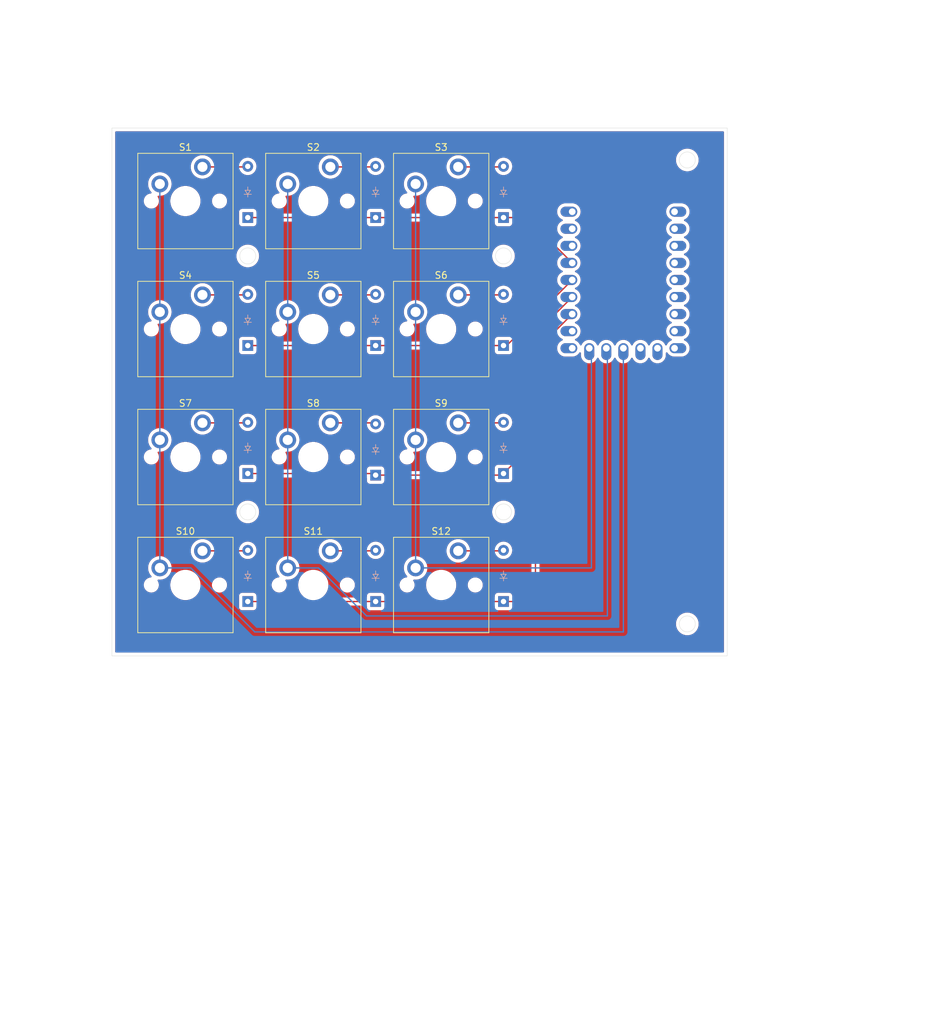
<source format=kicad_pcb>
(kicad_pcb (version 20241229) (generator "pcbnew") (generator_version "9.0")
  (layers (0 "F.Cu" signal) (2 "B.Cu" signal) (13 "F.Paste" user) (15 "B.Paste" user) (5 "F.SilkS" user "F.Silkscreen") (7 "B.SilkS" user "B.Silkscreen") (1 "F.Mask" user) (3 "B.Mask" user) (25 "Edge.Cuts" user))
  (net 0 "")
  (net 1 "Net-(D1-A)")
  (net 2 "R0")
  (net 3 "Net-(D2-A)")
  (net 4 "Net-(D3-A)")
  (net 5 "R1")
  (net 6 "Net-(D4-A)")
  (net 7 "Net-(D5-A)")
  (net 8 "Net-(D6-A)")
  (net 9 "Net-(D7-A)")
  (net 10 "R2")
  (net 11 "Net-(D8-A)")
  (net 12 "Net-(D9-A)")
  (net 13 "C0")
  (net 14 "C1")
  (net 15 "C2")
  (net 18 "Net-(D10-A)")
  (net 19 "R3")
  (net 20 "Net-(D11-A)")
  (net 21 "Net-(D12-A)")
  (footprint "ScottoKeebs_MX:MX_PCB_1.00u" (layer "F.Cu") (at 94.2975 112.0775)
    (property "Reference" "S12" (at 0 -8 0) (layer "F.SilkS"))
    (property "Value" "Keyswitch")
    (fp_line (start -7.1 -7.1) (end -7.1 7.1) (stroke (width 0.12)) (layer "F.SilkS"))
    (fp_line (start -7.1 7.1) (end 7.1 7.1) (stroke (width 0.12)) (layer "F.SilkS"))
    (fp_line (start 7.1 -7.1) (end -7.1 -7.1) (stroke (width 0.12)) (layer "F.SilkS"))
    (fp_line (start 7.1 7.1) (end 7.1 -7.1) (stroke (width 0.12)) (layer "F.SilkS"))
    (pad "" np_thru_hole circle (at -5.08 0) (size 1.75 1.75) (drill 1.75) (layers "*.Cu" "*.Mask"))
    (pad "" np_thru_hole circle (at 0 0) (size 4 4) (drill 4) (layers "*.Cu" "*.Mask"))
    (pad "" np_thru_hole circle (at 5.08 0) (size 1.75 1.75) (drill 1.75) (layers "*.Cu" "*.Mask"))
    (pad "1" thru_hole circle (at -3.81 -2.54) (size 2.5 2.5) (drill 1.5) (layers "*.Cu" "*.Mask") (net 15 "C2"))
    (pad "2" thru_hole circle (at 2.54 -5.08) (size 2.5 2.5) (drill 1.5) (layers "*.Cu" "*.Mask") (net 21 "Net-(D12-A)"))
  )
  (footprint "ScottoKeebs_MX:MX_PCB_1.00u" (layer "F.Cu") (at 94.2975 93.0275)
    (property "Reference" "S9" (at 0 -8 0) (layer "F.SilkS"))
    (property "Value" "Keyswitch")
    (fp_line (start -7.1 -7.1) (end -7.1 7.1) (stroke (width 0.12)) (layer "F.SilkS"))
    (fp_line (start -7.1 7.1) (end 7.1 7.1) (stroke (width 0.12)) (layer "F.SilkS"))
    (fp_line (start 7.1 -7.1) (end -7.1 -7.1) (stroke (width 0.12)) (layer "F.SilkS"))
    (fp_line (start 7.1 7.1) (end 7.1 -7.1) (stroke (width 0.12)) (layer "F.SilkS"))
    (pad "" np_thru_hole circle (at -5.08 0) (size 1.75 1.75) (drill 1.75) (layers "*.Cu" "*.Mask"))
    (pad "" np_thru_hole circle (at 0 0) (size 4 4) (drill 4) (layers "*.Cu" "*.Mask"))
    (pad "" np_thru_hole circle (at 5.08 0) (size 1.75 1.75) (drill 1.75) (layers "*.Cu" "*.Mask"))
    (pad "1" thru_hole circle (at -3.81 -2.54) (size 2.5 2.5) (drill 1.5) (layers "*.Cu" "*.Mask") (net 15 "C2"))
    (pad "2" thru_hole circle (at 2.54 -5.08) (size 2.5 2.5) (drill 1.5) (layers "*.Cu" "*.Mask") (net 12 "Net-(D9-A)"))
  )
  (footprint "ScottoKeebs_MX:MX_PCB_1.00u" (layer "F.Cu") (at 75.2475 73.9775)
    (property "Reference" "S5" (at 0 -8 0) (layer "F.SilkS"))
    (property "Value" "Keyswitch")
    (fp_line (start -7.1 -7.1) (end -7.1 7.1) (stroke (width 0.12)) (layer "F.SilkS"))
    (fp_line (start -7.1 7.1) (end 7.1 7.1) (stroke (width 0.12)) (layer "F.SilkS"))
    (fp_line (start 7.1 -7.1) (end -7.1 -7.1) (stroke (width 0.12)) (layer "F.SilkS"))
    (fp_line (start 7.1 7.1) (end 7.1 -7.1) (stroke (width 0.12)) (layer "F.SilkS"))
    (pad "" np_thru_hole circle (at -5.08 0) (size 1.75 1.75) (drill 1.75) (layers "*.Cu" "*.Mask"))
    (pad "" np_thru_hole circle (at 0 0) (size 4 4) (drill 4) (layers "*.Cu" "*.Mask"))
    (pad "" np_thru_hole circle (at 5.08 0) (size 1.75 1.75) (drill 1.75) (layers "*.Cu" "*.Mask"))
    (pad "1" thru_hole circle (at -3.81 -2.54) (size 2.5 2.5) (drill 1.5) (layers "*.Cu" "*.Mask") (net 14 "C1"))
    (pad "2" thru_hole circle (at 2.54 -5.08) (size 2.5 2.5) (drill 1.5) (layers "*.Cu" "*.Mask") (net 7 "Net-(D5-A)"))
  )
  (footprint "ScottoKeebs_MX:MX_PCB_1.00u" (layer "F.Cu") (at 75.2475 54.9275)
    (property "Reference" "S2" (at 0 -8 0) (layer "F.SilkS"))
    (property "Value" "Keyswitch")
    (fp_line (start -7.1 -7.1) (end -7.1 7.1) (stroke (width 0.12)) (layer "F.SilkS"))
    (fp_line (start -7.1 7.1) (end 7.1 7.1) (stroke (width 0.12)) (layer "F.SilkS"))
    (fp_line (start 7.1 -7.1) (end -7.1 -7.1) (stroke (width 0.12)) (layer "F.SilkS"))
    (fp_line (start 7.1 7.1) (end 7.1 -7.1) (stroke (width 0.12)) (layer "F.SilkS"))
    (pad "" np_thru_hole circle (at -5.08 0) (size 1.75 1.75) (drill 1.75) (layers "*.Cu" "*.Mask"))
    (pad "" np_thru_hole circle (at 0 0) (size 4 4) (drill 4) (layers "*.Cu" "*.Mask"))
    (pad "" np_thru_hole circle (at 5.08 0) (size 1.75 1.75) (drill 1.75) (layers "*.Cu" "*.Mask"))
    (pad "1" thru_hole circle (at -3.81 -2.54) (size 2.5 2.5) (drill 1.5) (layers "*.Cu" "*.Mask") (net 14 "C1"))
    (pad "2" thru_hole circle (at 2.54 -5.08) (size 2.5 2.5) (drill 1.5) (layers "*.Cu" "*.Mask") (net 3 "Net-(D2-A)"))
  )
  (footprint "ScottoKeebs_MX:MX_PCB_1.00u" (layer "F.Cu") (at 94.2975 54.9275)
    (property "Reference" "S3" (at 0 -8 0) (layer "F.SilkS"))
    (property "Value" "Keyswitch")
    (fp_line (start -7.1 -7.1) (end -7.1 7.1) (stroke (width 0.12)) (layer "F.SilkS"))
    (fp_line (start -7.1 7.1) (end 7.1 7.1) (stroke (width 0.12)) (layer "F.SilkS"))
    (fp_line (start 7.1 -7.1) (end -7.1 -7.1) (stroke (width 0.12)) (layer "F.SilkS"))
    (fp_line (start 7.1 7.1) (end 7.1 -7.1) (stroke (width 0.12)) (layer "F.SilkS"))
    (pad "" np_thru_hole circle (at -5.08 0) (size 1.75 1.75) (drill 1.75) (layers "*.Cu" "*.Mask"))
    (pad "" np_thru_hole circle (at 0 0) (size 4 4) (drill 4) (layers "*.Cu" "*.Mask"))
    (pad "" np_thru_hole circle (at 5.08 0) (size 1.75 1.75) (drill 1.75) (layers "*.Cu" "*.Mask"))
    (pad "1" thru_hole circle (at -3.81 -2.54) (size 2.5 2.5) (drill 1.5) (layers "*.Cu" "*.Mask") (net 15 "C2"))
    (pad "2" thru_hole circle (at 2.54 -5.08) (size 2.5 2.5) (drill 1.5) (layers "*.Cu" "*.Mask") (net 4 "Net-(D3-A)"))
  )
  (footprint "ScottoKeebs_MX:MX_PCB_1.00u" (layer "F.Cu") (at 56.1975 93.0275)
    (property "Reference" "S7" (at 0 -8 0) (layer "F.SilkS"))
    (property "Value" "Keyswitch")
    (fp_line (start -7.1 -7.1) (end -7.1 7.1) (stroke (width 0.12)) (layer "F.SilkS"))
    (fp_line (start -7.1 7.1) (end 7.1 7.1) (stroke (width 0.12)) (layer "F.SilkS"))
    (fp_line (start 7.1 -7.1) (end -7.1 -7.1) (stroke (width 0.12)) (layer "F.SilkS"))
    (fp_line (start 7.1 7.1) (end 7.1 -7.1) (stroke (width 0.12)) (layer "F.SilkS"))
    (pad "" np_thru_hole circle (at -5.08 0) (size 1.75 1.75) (drill 1.75) (layers "*.Cu" "*.Mask"))
    (pad "" np_thru_hole circle (at 0 0) (size 4 4) (drill 4) (layers "*.Cu" "*.Mask"))
    (pad "" np_thru_hole circle (at 5.08 0) (size 1.75 1.75) (drill 1.75) (layers "*.Cu" "*.Mask"))
    (pad "1" thru_hole circle (at -3.81 -2.54) (size 2.5 2.5) (drill 1.5) (layers "*.Cu" "*.Mask") (net 13 "C0"))
    (pad "2" thru_hole circle (at 2.54 -5.08) (size 2.5 2.5) (drill 1.5) (layers "*.Cu" "*.Mask") (net 9 "Net-(D7-A)"))
  )
  (footprint "ScottoKeebs_MX:MX_PCB_1.00u" (layer "F.Cu") (at 75.2475 112.0775)
    (property "Reference" "S11" (at 0 -8 0) (layer "F.SilkS"))
    (property "Value" "Keyswitch")
    (fp_line (start -7.1 -7.1) (end -7.1 7.1) (stroke (width 0.12)) (layer "F.SilkS"))
    (fp_line (start -7.1 7.1) (end 7.1 7.1) (stroke (width 0.12)) (layer "F.SilkS"))
    (fp_line (start 7.1 -7.1) (end -7.1 -7.1) (stroke (width 0.12)) (layer "F.SilkS"))
    (fp_line (start 7.1 7.1) (end 7.1 -7.1) (stroke (width 0.12)) (layer "F.SilkS"))
    (pad "" np_thru_hole circle (at -5.08 0) (size 1.75 1.75) (drill 1.75) (layers "*.Cu" "*.Mask"))
    (pad "" np_thru_hole circle (at 0 0) (size 4 4) (drill 4) (layers "*.Cu" "*.Mask"))
    (pad "" np_thru_hole circle (at 5.08 0) (size 1.75 1.75) (drill 1.75) (layers "*.Cu" "*.Mask"))
    (pad "1" thru_hole circle (at -3.81 -2.54) (size 2.5 2.5) (drill 1.5) (layers "*.Cu" "*.Mask") (net 14 "C1"))
    (pad "2" thru_hole circle (at 2.54 -5.08) (size 2.5 2.5) (drill 1.5) (layers "*.Cu" "*.Mask") (net 20 "Net-(D11-A)"))
  )
  (footprint "ScottoKeebs_MX:MX_PCB_1.00u" (layer "F.Cu") (at 75.2475 93.0275)
    (property "Reference" "S8" (at 0 -8 0) (layer "F.SilkS"))
    (property "Value" "Keyswitch")
    (fp_line (start -7.1 -7.1) (end -7.1 7.1) (stroke (width 0.12)) (layer "F.SilkS"))
    (fp_line (start -7.1 7.1) (end 7.1 7.1) (stroke (width 0.12)) (layer "F.SilkS"))
    (fp_line (start 7.1 -7.1) (end -7.1 -7.1) (stroke (width 0.12)) (layer "F.SilkS"))
    (fp_line (start 7.1 7.1) (end 7.1 -7.1) (stroke (width 0.12)) (layer "F.SilkS"))
    (pad "" np_thru_hole circle (at -5.08 0) (size 1.75 1.75) (drill 1.75) (layers "*.Cu" "*.Mask"))
    (pad "" np_thru_hole circle (at 0 0) (size 4 4) (drill 4) (layers "*.Cu" "*.Mask"))
    (pad "" np_thru_hole circle (at 5.08 0) (size 1.75 1.75) (drill 1.75) (layers "*.Cu" "*.Mask"))
    (pad "1" thru_hole circle (at -3.81 -2.54) (size 2.5 2.5) (drill 1.5) (layers "*.Cu" "*.Mask") (net 14 "C1"))
    (pad "2" thru_hole circle (at 2.54 -5.08) (size 2.5 2.5) (drill 1.5) (layers "*.Cu" "*.Mask") (net 11 "Net-(D8-A)"))
  )
  (footprint "ScottoKeebs_MX:MX_PCB_1.00u" (layer "F.Cu") (at 56.1975 73.9775)
    (property "Reference" "S4" (at 0 -8 0) (layer "F.SilkS"))
    (property "Value" "Keyswitch")
    (fp_line (start -7.1 -7.1) (end -7.1 7.1) (stroke (width 0.12)) (layer "F.SilkS"))
    (fp_line (start -7.1 7.1) (end 7.1 7.1) (stroke (width 0.12)) (layer "F.SilkS"))
    (fp_line (start 7.1 -7.1) (end -7.1 -7.1) (stroke (width 0.12)) (layer "F.SilkS"))
    (fp_line (start 7.1 7.1) (end 7.1 -7.1) (stroke (width 0.12)) (layer "F.SilkS"))
    (pad "" np_thru_hole circle (at -5.08 0) (size 1.75 1.75) (drill 1.75) (layers "*.Cu" "*.Mask"))
    (pad "" np_thru_hole circle (at 0 0) (size 4 4) (drill 4) (layers "*.Cu" "*.Mask"))
    (pad "" np_thru_hole circle (at 5.08 0) (size 1.75 1.75) (drill 1.75) (layers "*.Cu" "*.Mask"))
    (pad "1" thru_hole circle (at -3.81 -2.54) (size 2.5 2.5) (drill 1.5) (layers "*.Cu" "*.Mask") (net 13 "C0"))
    (pad "2" thru_hole circle (at 2.54 -5.08) (size 2.5 2.5) (drill 1.5) (layers "*.Cu" "*.Mask") (net 6 "Net-(D4-A)"))
  )
  (footprint "ScottoKeebs_MX:MX_PCB_1.00u" (layer "F.Cu") (at 56.1975 112.0775)
    (property "Reference" "S10" (at 0 -8 0) (layer "F.SilkS"))
    (property "Value" "Keyswitch")
    (fp_line (start -7.1 -7.1) (end -7.1 7.1) (stroke (width 0.12)) (layer "F.SilkS"))
    (fp_line (start -7.1 7.1) (end 7.1 7.1) (stroke (width 0.12)) (layer "F.SilkS"))
    (fp_line (start 7.1 -7.1) (end -7.1 -7.1) (stroke (width 0.12)) (layer "F.SilkS"))
    (fp_line (start 7.1 7.1) (end 7.1 -7.1) (stroke (width 0.12)) (layer "F.SilkS"))
    (pad "" np_thru_hole circle (at -5.08 0) (size 1.75 1.75) (drill 1.75) (layers "*.Cu" "*.Mask"))
    (pad "" np_thru_hole circle (at 0 0) (size 4 4) (drill 4) (layers "*.Cu" "*.Mask"))
    (pad "" np_thru_hole circle (at 5.08 0) (size 1.75 1.75) (drill 1.75) (layers "*.Cu" "*.Mask"))
    (pad "1" thru_hole circle (at -3.81 -2.54) (size 2.5 2.5) (drill 1.5) (layers "*.Cu" "*.Mask") (net 13 "C0"))
    (pad "2" thru_hole circle (at 2.54 -5.08) (size 2.5 2.5) (drill 1.5) (layers "*.Cu" "*.Mask") (net 18 "Net-(D10-A)"))
  )
  (footprint "ScottoKeebs_MX:MX_PCB_1.00u" (layer "F.Cu") (at 94.2975 73.9775)
    (property "Reference" "S6" (at 0 -8 0) (layer "F.SilkS"))
    (property "Value" "Keyswitch")
    (fp_line (start -7.1 -7.1) (end -7.1 7.1) (stroke (width 0.12)) (layer "F.SilkS"))
    (fp_line (start -7.1 7.1) (end 7.1 7.1) (stroke (width 0.12)) (layer "F.SilkS"))
    (fp_line (start 7.1 -7.1) (end -7.1 -7.1) (stroke (width 0.12)) (layer "F.SilkS"))
    (fp_line (start 7.1 7.1) (end 7.1 -7.1) (stroke (width 0.12)) (layer "F.SilkS"))
    (pad "" np_thru_hole circle (at -5.08 0) (size 1.75 1.75) (drill 1.75) (layers "*.Cu" "*.Mask"))
    (pad "" np_thru_hole circle (at 0 0) (size 4 4) (drill 4) (layers "*.Cu" "*.Mask"))
    (pad "" np_thru_hole circle (at 5.08 0) (size 1.75 1.75) (drill 1.75) (layers "*.Cu" "*.Mask"))
    (pad "1" thru_hole circle (at -3.81 -2.54) (size 2.5 2.5) (drill 1.5) (layers "*.Cu" "*.Mask") (net 15 "C2"))
    (pad "2" thru_hole circle (at 2.54 -5.08) (size 2.5 2.5) (drill 1.5) (layers "*.Cu" "*.Mask") (net 8 "Net-(D6-A)"))
  )
  (footprint "ScottoKeebs_MX:MX_PCB_1.00u" (layer "F.Cu") (at 56.1975 54.9275)
    (property "Reference" "S1" (at 0 -8 0) (layer "F.SilkS"))
    (property "Value" "Keyswitch")
    (fp_line (start -7.1 -7.1) (end -7.1 7.1) (stroke (width 0.12)) (layer "F.SilkS"))
    (fp_line (start -7.1 7.1) (end 7.1 7.1) (stroke (width 0.12)) (layer "F.SilkS"))
    (fp_line (start 7.1 -7.1) (end -7.1 -7.1) (stroke (width 0.12)) (layer "F.SilkS"))
    (fp_line (start 7.1 7.1) (end 7.1 -7.1) (stroke (width 0.12)) (layer "F.SilkS"))
    (pad "" np_thru_hole circle (at -5.08 0) (size 1.75 1.75) (drill 1.75) (layers "*.Cu" "*.Mask"))
    (pad "" np_thru_hole circle (at 0 0) (size 4 4) (drill 4) (layers "*.Cu" "*.Mask"))
    (pad "" np_thru_hole circle (at 5.08 0) (size 1.75 1.75) (drill 1.75) (layers "*.Cu" "*.Mask"))
    (pad "1" thru_hole circle (at -3.81 -2.54) (size 2.5 2.5) (drill 1.5) (layers "*.Cu" "*.Mask") (net 13 "C0"))
    (pad "2" thru_hole circle (at 2.54 -5.08) (size 2.5 2.5) (drill 1.5) (layers "*.Cu" "*.Mask") (net 1 "Net-(D1-A)"))
  )
  (footprint "ScottoKeebs_MCU:RP2040_Zero" (layer "F.Cu") (at 121.44375 66.675)
    (property "Reference" "U1" (hide yes))
    (property "Value" "RP2040_Zero" (hide yes))
    (pad "1" thru_hole oval (at 7.62 -10.16 180) (size 2.5 1.5) (drill 1 (offset -0.5 0)) (layers "*.Cu" "*.Mask"))
    (pad "2" thru_hole oval (at 7.62 -7.62 180) (size 2.5 1.5) (drill 1 (offset -0.5 0)) (layers "*.Cu" "*.Mask"))
    (pad "3" thru_hole oval (at 7.62 -5.08 180) (size 2.5 1.5) (drill 1 (offset -0.5 0)) (layers "*.Cu" "*.Mask"))
    (pad "4" thru_hole oval (at 7.62 -2.54 180) (size 2.5 1.5) (drill 1 (offset -0.5 0)) (layers "*.Cu" "*.Mask"))
    (pad "5" thru_hole oval (at 7.62 0 180) (size 2.5 1.5) (drill 1 (offset -0.5 0)) (layers "*.Cu" "*.Mask"))
    (pad "6" thru_hole oval (at 7.62 2.54 180) (size 2.5 1.5) (drill 1 (offset -0.5 0)) (layers "*.Cu" "*.Mask"))
    (pad "7" thru_hole oval (at 7.62 5.08 180) (size 2.5 1.5) (drill 1 (offset -0.5 0)) (layers "*.Cu" "*.Mask"))
    (pad "8" thru_hole oval (at 7.62 7.62 180) (size 2.5 1.5) (drill 1 (offset -0.5 0)) (layers "*.Cu" "*.Mask"))
    (pad "9" thru_hole oval (at 7.62 10.16 180) (size 2.5 1.5) (drill 1 (offset -0.5 0)) (layers "*.Cu" "*.Mask"))
    (pad "10" thru_hole oval (at 5.08 10.16 90) (size 2.5 1.5) (drill 1 (offset -0.5 0)) (layers "*.Cu" "*.Mask"))
    (pad "11" thru_hole oval (at 2.54 10.16 90) (size 2.5 1.5) (drill 1 (offset -0.5 0)) (layers "*.Cu" "*.Mask"))
    (pad "12" thru_hole oval (at 0 10.16 90) (size 2.5 1.5) (drill 1 (offset -0.5 0)) (layers "*.Cu" "*.Mask") (net 13 "C0"))
    (pad "13" thru_hole oval (at -2.54 10.16 90) (size 2.5 1.5) (drill 1 (offset -0.5 0)) (layers "*.Cu" "*.Mask") (net 14 "C1"))
    (pad "14" thru_hole oval (at -5.08 10.16 90) (size 2.5 1.5) (drill 1 (offset -0.5 0)) (layers "*.Cu" "*.Mask") (net 15 "C2"))
    (pad "15" thru_hole oval (at -7.62 10.16) (size 2.5 1.5) (drill 1 (offset -0.5 0)) (layers "*.Cu" "*.Mask"))
    (pad "16" thru_hole oval (at -7.62 7.62) (size 2.5 1.5) (drill 1 (offset -0.5 0)) (layers "*.Cu" "*.Mask"))
    (pad "17" thru_hole oval (at -7.62 5.08) (size 2.5 1.5) (drill 1 (offset -0.5 0)) (layers "*.Cu" "*.Mask") (net 19 "R3"))
    (pad "18" thru_hole oval (at -7.62 2.54) (size 2.5 1.5) (drill 1 (offset -0.5 0)) (layers "*.Cu" "*.Mask") (net 10 "R2"))
    (pad "19" thru_hole oval (at -7.62 0) (size 2.5 1.5) (drill 1 (offset -0.5 0)) (layers "*.Cu" "*.Mask") (net 5 "R1"))
    (pad "20" thru_hole oval (at -7.62 -2.54) (size 2.5 1.5) (drill 1 (offset -0.5 0)) (layers "*.Cu" "*.Mask") (net 2 "R0"))
    (pad "21" thru_hole oval (at -7.62 -5.08) (size 2.5 1.5) (drill 1 (offset -0.5 0)) (layers "*.Cu" "*.Mask"))
    (pad "22" thru_hole oval (at -7.62 -7.62) (size 2.5 1.5) (drill 1 (offset -0.5 0)) (layers "*.Cu" "*.Mask"))
    (pad "23" thru_hole oval (at -7.62 -10.16) (size 2.5 1.5) (drill 1 (offset -0.5 0)) (layers "*.Cu" "*.Mask"))
  )
  (footprint "ScottoKeebs_Components:Diode_DO-35" (layer "B.Cu") (at 65.484375 114.538125 90)
    (property "Reference" "D10" (hide yes))
    (property "Value" "Diode" (hide yes))
    (fp_line (start 4.06 -0.4) (end 3.46 0) (stroke (width 0.1)) (layer "B.SilkS"))
    (fp_line (start 4.06 0) (end 4.56 0) (stroke (width 0.1)) (layer "B.SilkS"))
    (fp_line (start 3.46 0) (end 4.06 0.4) (stroke (width 0.1)) (layer "B.SilkS"))
    (fp_line (start 3.06 0) (end 3.46 0) (stroke (width 0.1)) (layer "B.SilkS"))
    (fp_line (start 4.06 0.4) (end 4.06 -0.4) (stroke (width 0.1)) (layer "B.SilkS"))
    (fp_line (start 3.46 0.55) (end 3.46 -0.55) (stroke (width 0.1)) (layer "B.SilkS"))
    (pad "1" thru_hole rect (at 0 0 90) (size 1.6 1.6) (drill 0.8) (layers "*.Cu" "*.Mask") (net 19 "R3"))
    (pad "2" thru_hole oval (at 7.62 0 90) (size 1.6 1.6) (drill 0.8) (layers "*.Cu" "*.Mask") (net 18 "Net-(D10-A)"))
  )
  (footprint "ScottoKeebs_Components:Diode_DO-35" (layer "B.Cu") (at 103.584375 95.488125 90)
    (property "Reference" "D9" (hide yes))
    (property "Value" "Diode" (hide yes))
    (fp_line (start 4.06 -0.4) (end 3.46 0) (stroke (width 0.1)) (layer "B.SilkS"))
    (fp_line (start 4.06 0) (end 4.56 0) (stroke (width 0.1)) (layer "B.SilkS"))
    (fp_line (start 3.46 0) (end 4.06 0.4) (stroke (width 0.1)) (layer "B.SilkS"))
    (fp_line (start 3.06 0) (end 3.46 0) (stroke (width 0.1)) (layer "B.SilkS"))
    (fp_line (start 4.06 0.4) (end 4.06 -0.4) (stroke (width 0.1)) (layer "B.SilkS"))
    (fp_line (start 3.46 0.55) (end 3.46 -0.55) (stroke (width 0.1)) (layer "B.SilkS"))
    (pad "1" thru_hole rect (at 0 0 90) (size 1.6 1.6) (drill 0.8) (layers "*.Cu" "*.Mask") (net 10 "R2"))
    (pad "2" thru_hole oval (at 7.62 0 90) (size 1.6 1.6) (drill 0.8) (layers "*.Cu" "*.Mask") (net 12 "Net-(D9-A)"))
  )
  (footprint "ScottoKeebs_Components:Diode_DO-35" (layer "B.Cu") (at 65.484375 57.388125 90)
    (property "Reference" "D1" (hide yes))
    (property "Value" "Diode" (hide yes))
    (fp_line (start 4.06 -0.4) (end 3.46 0) (stroke (width 0.1)) (layer "B.SilkS"))
    (fp_line (start 4.06 0) (end 4.56 0) (stroke (width 0.1)) (layer "B.SilkS"))
    (fp_line (start 3.46 0) (end 4.06 0.4) (stroke (width 0.1)) (layer "B.SilkS"))
    (fp_line (start 3.06 0) (end 3.46 0) (stroke (width 0.1)) (layer "B.SilkS"))
    (fp_line (start 4.06 0.4) (end 4.06 -0.4) (stroke (width 0.1)) (layer "B.SilkS"))
    (fp_line (start 3.46 0.55) (end 3.46 -0.55) (stroke (width 0.1)) (layer "B.SilkS"))
    (pad "1" thru_hole rect (at 0 0 90) (size 1.6 1.6) (drill 0.8) (layers "*.Cu" "*.Mask") (net 2 "R0"))
    (pad "2" thru_hole oval (at 7.62 0 90) (size 1.6 1.6) (drill 0.8) (layers "*.Cu" "*.Mask") (net 1 "Net-(D1-A)"))
  )
  (footprint "ScottoKeebs_Components:Diode_DO-35" (layer "B.Cu") (at 84.534375 76.438125 90)
    (property "Reference" "D5" (hide yes))
    (property "Value" "Diode" (hide yes))
    (fp_line (start 4.06 -0.4) (end 3.46 0) (stroke (width 0.1)) (layer "B.SilkS"))
    (fp_line (start 4.06 0) (end 4.56 0) (stroke (width 0.1)) (layer "B.SilkS"))
    (fp_line (start 3.46 0) (end 4.06 0.4) (stroke (width 0.1)) (layer "B.SilkS"))
    (fp_line (start 3.06 0) (end 3.46 0) (stroke (width 0.1)) (layer "B.SilkS"))
    (fp_line (start 4.06 0.4) (end 4.06 -0.4) (stroke (width 0.1)) (layer "B.SilkS"))
    (fp_line (start 3.46 0.55) (end 3.46 -0.55) (stroke (width 0.1)) (layer "B.SilkS"))
    (pad "1" thru_hole rect (at 0 0 90) (size 1.6 1.6) (drill 0.8) (layers "*.Cu" "*.Mask") (net 5 "R1"))
    (pad "2" thru_hole oval (at 7.62 0 90) (size 1.6 1.6) (drill 0.8) (layers "*.Cu" "*.Mask") (net 7 "Net-(D5-A)"))
  )
  (footprint "ScottoKeebs_Components:Diode_DO-35" (layer "B.Cu") (at 84.534375 57.388125 90)
    (property "Reference" "D2" (hide yes))
    (property "Value" "Diode" (hide yes))
    (fp_line (start 4.06 -0.4) (end 3.46 0) (stroke (width 0.1)) (layer "B.SilkS"))
    (fp_line (start 4.06 0) (end 4.56 0) (stroke (width 0.1)) (layer "B.SilkS"))
    (fp_line (start 3.46 0) (end 4.06 0.4) (stroke (width 0.1)) (layer "B.SilkS"))
    (fp_line (start 3.06 0) (end 3.46 0) (stroke (width 0.1)) (layer "B.SilkS"))
    (fp_line (start 4.06 0.4) (end 4.06 -0.4) (stroke (width 0.1)) (layer "B.SilkS"))
    (fp_line (start 3.46 0.55) (end 3.46 -0.55) (stroke (width 0.1)) (layer "B.SilkS"))
    (pad "1" thru_hole rect (at 0 0 90) (size 1.6 1.6) (drill 0.8) (layers "*.Cu" "*.Mask") (net 2 "R0"))
    (pad "2" thru_hole oval (at 7.62 0 90) (size 1.6 1.6) (drill 0.8) (layers "*.Cu" "*.Mask") (net 3 "Net-(D2-A)"))
  )
  (footprint "ScottoKeebs_Components:Diode_DO-35" (layer "B.Cu") (at 103.584375 114.538125 90)
    (property "Reference" "D12" (hide yes))
    (property "Value" "Diode" (hide yes))
    (fp_line (start 4.06 -0.4) (end 3.46 0) (stroke (width 0.1)) (layer "B.SilkS"))
    (fp_line (start 4.06 0) (end 4.56 0) (stroke (width 0.1)) (layer "B.SilkS"))
    (fp_line (start 3.46 0) (end 4.06 0.4) (stroke (width 0.1)) (layer "B.SilkS"))
    (fp_line (start 3.06 0) (end 3.46 0) (stroke (width 0.1)) (layer "B.SilkS"))
    (fp_line (start 4.06 0.4) (end 4.06 -0.4) (stroke (width 0.1)) (layer "B.SilkS"))
    (fp_line (start 3.46 0.55) (end 3.46 -0.55) (stroke (width 0.1)) (layer "B.SilkS"))
    (pad "1" thru_hole rect (at 0 0 90) (size 1.6 1.6) (drill 0.8) (layers "*.Cu" "*.Mask") (net 19 "R3"))
    (pad "2" thru_hole oval (at 7.62 0 90) (size 1.6 1.6) (drill 0.8) (layers "*.Cu" "*.Mask") (net 21 "Net-(D12-A)"))
  )
  (footprint "ScottoKeebs_Components:Diode_DO-35" (layer "B.Cu") (at 84.534375 114.538125 90)
    (property "Reference" "D11" (hide yes))
    (property "Value" "Diode" (hide yes))
    (fp_line (start 4.06 -0.4) (end 3.46 0) (stroke (width 0.1)) (layer "B.SilkS"))
    (fp_line (start 4.06 0) (end 4.56 0) (stroke (width 0.1)) (layer "B.SilkS"))
    (fp_line (start 3.46 0) (end 4.06 0.4) (stroke (width 0.1)) (layer "B.SilkS"))
    (fp_line (start 3.06 0) (end 3.46 0) (stroke (width 0.1)) (layer "B.SilkS"))
    (fp_line (start 4.06 0.4) (end 4.06 -0.4) (stroke (width 0.1)) (layer "B.SilkS"))
    (fp_line (start 3.46 0.55) (end 3.46 -0.55) (stroke (width 0.1)) (layer "B.SilkS"))
    (pad "1" thru_hole rect (at 0 0 90) (size 1.6 1.6) (drill 0.8) (layers "*.Cu" "*.Mask") (net 19 "R3"))
    (pad "2" thru_hole oval (at 7.62 0 90) (size 1.6 1.6) (drill 0.8) (layers "*.Cu" "*.Mask") (net 20 "Net-(D11-A)"))
  )
  (footprint "ScottoKeebs_Components:Diode_DO-35" (layer "B.Cu") (at 65.484375 76.438125 90)
    (property "Reference" "D4" (hide yes))
    (property "Value" "Diode" (hide yes))
    (fp_line (start 4.06 -0.4) (end 3.46 0) (stroke (width 0.1)) (layer "B.SilkS"))
    (fp_line (start 4.06 0) (end 4.56 0) (stroke (width 0.1)) (layer "B.SilkS"))
    (fp_line (start 3.46 0) (end 4.06 0.4) (stroke (width 0.1)) (layer "B.SilkS"))
    (fp_line (start 3.06 0) (end 3.46 0) (stroke (width 0.1)) (layer "B.SilkS"))
    (fp_line (start 4.06 0.4) (end 4.06 -0.4) (stroke (width 0.1)) (layer "B.SilkS"))
    (fp_line (start 3.46 0.55) (end 3.46 -0.55) (stroke (width 0.1)) (layer "B.SilkS"))
    (pad "1" thru_hole rect (at 0 0 90) (size 1.6 1.6) (drill 0.8) (layers "*.Cu" "*.Mask") (net 5 "R1"))
    (pad "2" thru_hole oval (at 7.62 0 90) (size 1.6 1.6) (drill 0.8) (layers "*.Cu" "*.Mask") (net 6 "Net-(D4-A)"))
  )
  (footprint "ScottoKeebs_Components:Diode_DO-35" (layer "B.Cu") (at 65.484375 95.488125 90)
    (property "Reference" "D7" (hide yes))
    (property "Value" "Diode" (hide yes))
    (fp_line (start 4.06 -0.4) (end 3.46 0) (stroke (width 0.1)) (layer "B.SilkS"))
    (fp_line (start 4.06 0) (end 4.56 0) (stroke (width 0.1)) (layer "B.SilkS"))
    (fp_line (start 3.46 0) (end 4.06 0.4) (stroke (width 0.1)) (layer "B.SilkS"))
    (fp_line (start 3.06 0) (end 3.46 0) (stroke (width 0.1)) (layer "B.SilkS"))
    (fp_line (start 4.06 0.4) (end 4.06 -0.4) (stroke (width 0.1)) (layer "B.SilkS"))
    (fp_line (start 3.46 0.55) (end 3.46 -0.55) (stroke (width 0.1)) (layer "B.SilkS"))
    (pad "1" thru_hole rect (at 0 0 90) (size 1.6 1.6) (drill 0.8) (layers "*.Cu" "*.Mask") (net 10 "R2"))
    (pad "2" thru_hole oval (at 7.62 0 90) (size 1.6 1.6) (drill 0.8) (layers "*.Cu" "*.Mask") (net 9 "Net-(D7-A)"))
  )
  (footprint "ScottoKeebs_Components:Diode_DO-35" (layer "B.Cu") (at 103.584375 76.438125 90)
    (property "Reference" "D6" (hide yes))
    (property "Value" "Diode" (hide yes))
    (fp_line (start 4.06 -0.4) (end 3.46 0) (stroke (width 0.1)) (layer "B.SilkS"))
    (fp_line (start 4.06 0) (end 4.56 0) (stroke (width 0.1)) (layer "B.SilkS"))
    (fp_line (start 3.46 0) (end 4.06 0.4) (stroke (width 0.1)) (layer "B.SilkS"))
    (fp_line (start 3.06 0) (end 3.46 0) (stroke (width 0.1)) (layer "B.SilkS"))
    (fp_line (start 4.06 0.4) (end 4.06 -0.4) (stroke (width 0.1)) (layer "B.SilkS"))
    (fp_line (start 3.46 0.55) (end 3.46 -0.55) (stroke (width 0.1)) (layer "B.SilkS"))
    (pad "1" thru_hole rect (at 0 0 90) (size 1.6 1.6) (drill 0.8) (layers "*.Cu" "*.Mask") (net 5 "R1"))
    (pad "2" thru_hole oval (at 7.62 0 90) (size 1.6 1.6) (drill 0.8) (layers "*.Cu" "*.Mask") (net 8 "Net-(D6-A)"))
  )
  (footprint "ScottoKeebs_Components:Diode_DO-35" (layer "B.Cu") (at 103.584375 57.388125 90)
    (property "Reference" "D3" (hide yes))
    (property "Value" "Diode" (hide yes))
    (fp_line (start 4.06 -0.4) (end 3.46 0) (stroke (width 0.1)) (layer "B.SilkS"))
    (fp_line (start 4.06 0) (end 4.56 0) (stroke (width 0.1)) (layer "B.SilkS"))
    (fp_line (start 3.46 0) (end 4.06 0.4) (stroke (width 0.1)) (layer "B.SilkS"))
    (fp_line (start 3.06 0) (end 3.46 0) (stroke (width 0.1)) (layer "B.SilkS"))
    (fp_line (start 4.06 0.4) (end 4.06 -0.4) (stroke (width 0.1)) (layer "B.SilkS"))
    (fp_line (start 3.46 0.55) (end 3.46 -0.55) (stroke (width 0.1)) (layer "B.SilkS"))
    (pad "1" thru_hole rect (at 0 0 90) (size 1.6 1.6) (drill 0.8) (layers "*.Cu" "*.Mask") (net 2 "R0"))
    (pad "2" thru_hole oval (at 7.62 0 90) (size 1.6 1.6) (drill 0.8) (layers "*.Cu" "*.Mask") (net 4 "Net-(D3-A)"))
  )
  (footprint "ScottoKeebs_Components:Diode_DO-35" (layer "B.Cu") (at 84.534375 95.72625 90)
    (property "Reference" "D8" (hide yes))
    (property "Value" "Diode" (hide yes))
    (fp_line (start 4.06 -0.4) (end 3.46 0) (stroke (width 0.1)) (layer "B.SilkS"))
    (fp_line (start 4.06 0) (end 4.56 0) (stroke (width 0.1)) (layer "B.SilkS"))
    (fp_line (start 3.46 0) (end 4.06 0.4) (stroke (width 0.1)) (layer "B.SilkS"))
    (fp_line (start 3.06 0) (end 3.46 0) (stroke (width 0.1)) (layer "B.SilkS"))
    (fp_line (start 4.06 0.4) (end 4.06 -0.4) (stroke (width 0.1)) (layer "B.SilkS"))
    (fp_line (start 3.46 0.55) (end 3.46 -0.55) (stroke (width 0.1)) (layer "B.SilkS"))
    (pad "1" thru_hole rect (at 0 0 90) (size 1.6 1.6) (drill 0.8) (layers "*.Cu" "*.Mask") (net 10 "R2"))
    (pad "2" thru_hole oval (at 7.62 0 90) (size 1.6 1.6) (drill 0.8) (layers "*.Cu" "*.Mask") (net 11 "Net-(D8-A)"))
  )
  (gr_circle (center 65.484375 101.203125) (end 66.675 101.203125) (stroke (width 0.05)) (fill no) (layer "Edge.Cuts"))
  (gr_circle (center 103.584375 101.203125) (end 103.584375 102.39375) (stroke (width 0.05)) (fill no) (layer "Edge.Cuts"))
  (gr_circle (center 130.96875 48.815625) (end 132.159375 48.815625) (stroke (width 0.05)) (fill no) (layer "Edge.Cuts"))
  (gr_rect (start 45.24375 44.053125) (end 136.921875 122.634375) (stroke (width 0.05)) (fill no) (layer "Edge.Cuts"))
  (gr_circle (center 130.96875 117.871875) (end 132.159375 117.871875) (stroke (width 0.05)) (fill no) (layer "Edge.Cuts"))
  (gr_circle (center 103.584375 63.103125) (end 103.584375 64.29375) (stroke (width 0.05)) (fill no) (layer "Edge.Cuts"))
  (gr_circle (center 65.484375 63.103125) (end 66.675 63.103125) (stroke (width 0.05)) (fill no) (layer "Edge.Cuts"))
  (segment (start 58.7375 49.8475) (end 65.405 49.8475) (width 0.2) (layer "F.Cu") (net 1))
  (segment (start 65.405 49.8475) (end 65.484375 49.768125) (width 0.2) (layer "F.Cu") (net 1))
  (segment (start 84.534375 57.388125) (end 103.584375 57.388125) (width 0.2) (layer "F.Cu") (net 2))
  (segment (start 65.484375 57.388125) (end 84.534375 57.388125) (width 0.2) (layer "F.Cu") (net 2))
  (segment (start 107.076875 57.388125) (end 113.82375 64.135) (width 0.2) (layer "F.Cu") (net 2))
  (segment (start 103.584375 57.388125) (end 107.076875 57.388125) (width 0.2) (layer "F.Cu") (net 2))
  (segment (start 77.7875 49.8475) (end 84.455 49.8475) (width 0.2) (layer "F.Cu") (net 3))
  (segment (start 84.455 49.8475) (end 84.534375 49.768125) (width 0.2) (layer "F.Cu") (net 3))
  (segment (start 103.505 49.8475) (end 103.584375 49.768125) (width 0.2) (layer "F.Cu") (net 4))
  (segment (start 96.8375 49.8475) (end 103.505 49.8475) (width 0.2) (layer "F.Cu") (net 4))
  (segment (start 84.534375 76.438125) (end 103.584375 76.438125) (width 0.2) (layer "F.Cu") (net 5))
  (segment (start 103.584375 76.438125) (end 104.060625 76.438125) (width 0.2) (layer "F.Cu") (net 5))
  (segment (start 65.484375 76.438125) (end 84.534375 76.438125) (width 0.2) (layer "F.Cu") (net 5))
  (segment (start 104.060625 76.438125) (end 113.82375 66.675) (width 0.2) (layer "F.Cu") (net 5))
  (segment (start 65.405 68.8975) (end 65.484375 68.818125) (width 0.2) (layer "F.Cu") (net 6))
  (segment (start 58.7375 68.8975) (end 65.405 68.8975) (width 0.2) (layer "F.Cu") (net 6))
  (segment (start 77.7875 68.8975) (end 84.455 68.8975) (width 0.2) (layer "F.Cu") (net 7))
  (segment (start 84.455 68.8975) (end 84.534375 68.818125) (width 0.2) (layer "F.Cu") (net 7))
  (segment (start 103.505 68.8975) (end 103.584375 68.818125) (width 0.2) (layer "F.Cu") (net 8))
  (segment (start 96.8375 68.8975) (end 103.505 68.8975) (width 0.2) (layer "F.Cu") (net 8))
  (segment (start 65.405 87.9475) (end 65.484375 87.868125) (width 0.2) (layer "F.Cu") (net 9))
  (segment (start 58.7375 87.9475) (end 65.405 87.9475) (width 0.2) (layer "F.Cu") (net 9))
  (segment (start 105.965625 93.106875) (end 105.965625 77.073125) (width 0.2) (layer "F.Cu") (net 10))
  (segment (start 65.484375 95.488125) (end 84.29625 95.488125) (width 0.2) (layer "F.Cu") (net 10))
  (segment (start 103.34625 95.72625) (end 103.584375 95.488125) (width 0.2) (layer "F.Cu") (net 10))
  (segment (start 103.584375 95.488125) (end 105.965625 93.106875) (width 0.2) (layer "F.Cu") (net 10))
  (segment (start 105.965625 77.073125) (end 113.82375 69.215) (width 0.2) (layer "F.Cu") (net 10))
  (segment (start 84.534375 95.72625) (end 103.34625 95.72625) (width 0.2) (layer "F.Cu") (net 10))
  (segment (start 84.29625 95.488125) (end 84.534375 95.72625) (width 0.2) (layer "F.Cu") (net 10))
  (segment (start 77.7875 87.9475) (end 84.375625 87.9475) (width 0.2) (layer "F.Cu") (net 11))
  (segment (start 84.375625 87.9475) (end 84.534375 88.10625) (width 0.2) (layer "F.Cu") (net 11))
  (segment (start 96.8375 87.9475) (end 103.505 87.9475) (width 0.2) (layer "F.Cu") (net 12))
  (segment (start 103.505 87.9475) (end 103.584375 87.868125) (width 0.2) (layer "F.Cu") (net 12))
  (segment (start 52.3875 109.5375) (end 57.003674 109.5375) (width 0.2) (layer "B.Cu") (net 13))
  (segment (start 121.44375 119.0625) (end 121.44375 76.835) (width 0.2) (layer "B.Cu") (net 13))
  (segment (start 52.3875 90.4875) (end 52.3875 109.5375) (width 0.2) (layer "B.Cu") (net 13))
  (segment (start 66.528674 119.0625) (end 121.44375 119.0625) (width 0.2) (layer "B.Cu") (net 13))
  (segment (start 52.3875 52.3875) (end 52.3875 90.4875) (width 0.2) (layer "B.Cu") (net 13))
  (segment (start 57.003674 109.5375) (end 66.528674 119.0625) (width 0.2) (layer "B.Cu") (net 13))
  (segment (start 119.0625 76.99375) (end 118.90375 76.835) (width 0.2) (layer "B.Cu") (net 14))
  (segment (start 71.4375 109.5375) (end 76.032316 109.5375) (width 0.2) (layer "B.Cu") (net 14))
  (segment (start 83.176066 116.68125) (end 119.0625 116.68125) (width 0.2) (layer "B.Cu") (net 14))
  (segment (start 71.4375 52.3875) (end 71.4375 90.4875) (width 0.2) (layer "B.Cu") (net 14))
  (segment (start 76.032316 109.5375) (end 83.176066 116.68125) (width 0.2) (layer "B.Cu") (net 14))
  (segment (start 119.0625 116.68125) (end 119.0625 76.99375) (width 0.2) (layer "B.Cu") (net 14))
  (segment (start 71.4375 90.4875) (end 71.4375 109.5375) (width 0.2) (layer "B.Cu") (net 14))
  (segment (start 90.4875 52.3875) (end 90.4875 90.4875) (width 0.2) (layer "B.Cu") (net 15))
  (segment (start 116.68125 77.1525) (end 116.36375 76.835) (width 0.2) (layer "B.Cu") (net 15))
  (segment (start 90.4875 109.5375) (end 116.68125 109.5375) (width 0.2) (layer "B.Cu") (net 15))
  (segment (start 116.68125 109.5375) (end 116.68125 77.1525) (width 0.2) (layer "B.Cu") (net 15))
  (segment (start 90.4875 90.4875) (end 90.4875 109.5375) (width 0.2) (layer "B.Cu") (net 15))
  (segment (start 58.7375 106.9975) (end 65.405 106.9975) (width 0.2) (layer "F.Cu") (net 18))
  (segment (start 65.405 106.9975) (end 65.484375 106.918125) (width 0.2) (layer "F.Cu") (net 18))
  (segment (start 65.484375 114.538125) (end 84.534375 114.538125) (width 0.2) (layer "F.Cu") (net 19))
  (segment (start 108.346875 114.3) (end 108.346875 77.231875) (width 0.2) (layer "F.Cu") (net 19))
  (segment (start 103.584375 114.538125) (end 108.10875 114.538125) (width 0.2) (layer "F.Cu") (net 19))
  (segment (start 108.10875 114.538125) (end 108.346875 114.3) (width 0.2) (layer "F.Cu") (net 19))
  (segment (start 84.534375 114.538125) (end 103.584375 114.538125) (width 0.2) (layer "F.Cu") (net 19))
  (segment (start 108.346875 77.231875) (end 113.82375 71.755) (width 0.2) (layer "F.Cu") (net 19))
  (segment (start 77.7875 106.9975) (end 84.455 106.9975) (width 0.2) (layer "F.Cu") (net 20))
  (segment (start 84.455 106.9975) (end 84.534375 106.918125) (width 0.2) (layer "F.Cu") (net 20))
  (segment (start 103.505 106.9975) (end 103.584375 106.918125) (width 0.2) (layer "F.Cu") (net 21))
  (segment (start 96.8375 106.9975) (end 103.505 106.9975) (width 0.2) (layer "F.Cu") (net 21))
  (zone (net 0) (net_name "") (layers "F.Cu" "B.Cu") (connect_pads (clearance 0.5)) (min_thickness 0.25) (fill yes (thermal_gap 0.5) (thermal_bridge_width 0.5) (island_removal_mode 1) (island_area_min 10))
    (polygon (pts (xy 28.575 32.146875) (xy 167.878125 25.003125) (xy 136.921875 177.403125) (xy 32.146875 172.640625)))
  )
)
</source>
